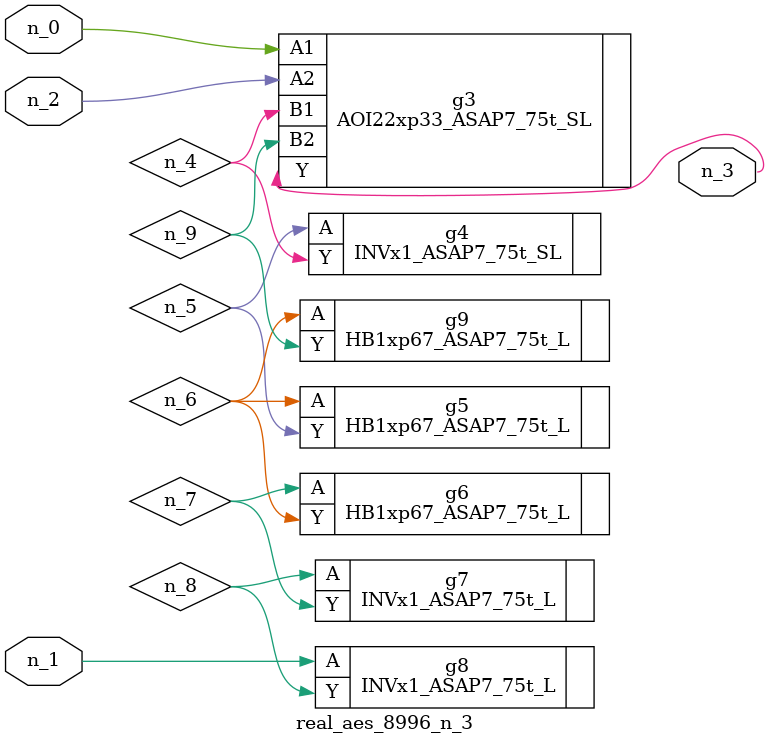
<source format=v>
module real_aes_8996_n_3 (n_0, n_2, n_1, n_3);
input n_0;
input n_2;
input n_1;
output n_3;
wire n_4;
wire n_5;
wire n_7;
wire n_9;
wire n_6;
wire n_8;
AOI22xp33_ASAP7_75t_SL g3 ( .A1(n_0), .A2(n_2), .B1(n_4), .B2(n_9), .Y(n_3) );
INVx1_ASAP7_75t_L g8 ( .A(n_1), .Y(n_8) );
INVx1_ASAP7_75t_SL g4 ( .A(n_5), .Y(n_4) );
HB1xp67_ASAP7_75t_L g5 ( .A(n_6), .Y(n_5) );
HB1xp67_ASAP7_75t_L g9 ( .A(n_6), .Y(n_9) );
HB1xp67_ASAP7_75t_L g6 ( .A(n_7), .Y(n_6) );
INVx1_ASAP7_75t_L g7 ( .A(n_8), .Y(n_7) );
endmodule
</source>
